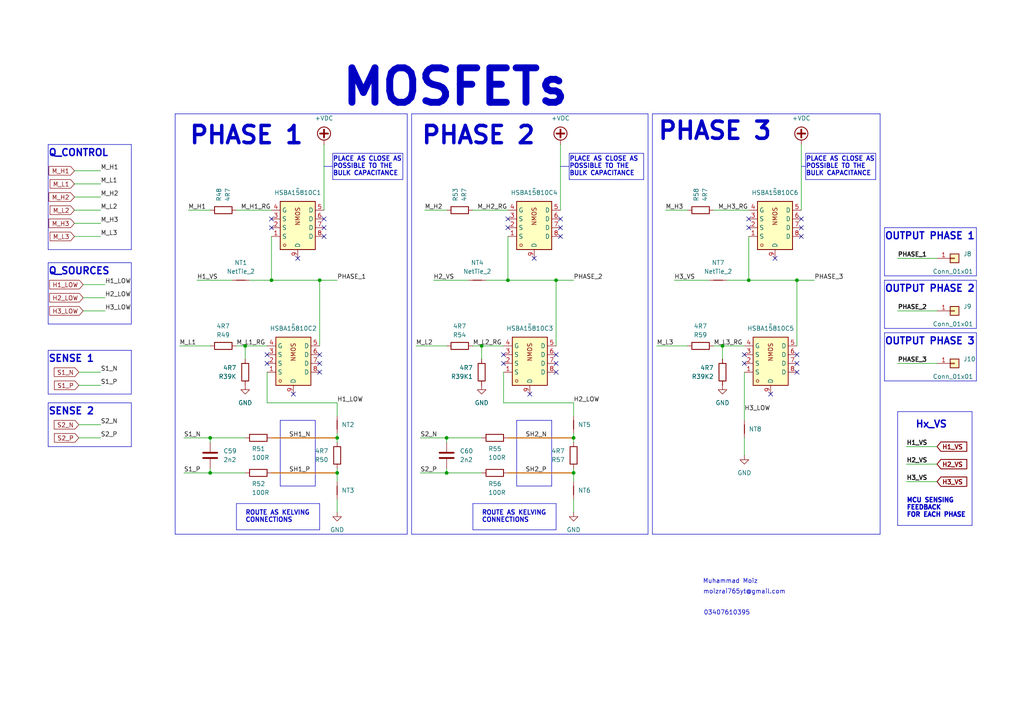
<source format=kicad_sch>
(kicad_sch (version 20231120) (generator "eeschema") (generator_version "8.0")
  (paper "A4")
  (title_block (title "MOSFETs") (date "2025-02-03") (rev "rev01_1") (company "coVenture"))
  (lib_symbols
    (symbol "Connector_Generic:Conn_01x01" (pin_names (offset 1.016) hide)
      (property "Reference" "J" (at 0 2.54 0))
      (property "Value" "Conn_01x01" (at 0 -2.54 0))
      (symbol "Conn_01x01_1_1"
        (rectangle (start -1.27 0.127) (end 0 -0.127) (stroke (width 0.1524)))
        (rectangle (start -1.27 1.27) (end 1.27 -1.27) (stroke (width 0.254)) (fill (type background)))
        (pin passive line (at -5.08 0 0) (length 3.81) (name "Pin_1") (number "1"))
      )
    )
    (symbol "Device:C" (pin_numbers hide) (pin_names (offset 0.254))
      (property "Reference" "C" (at 0.635 2.54 0))
      (property "Value" "C" (at 0.635 -2.54 0))
      (symbol "C_0_1"
        (polyline (pts (xy -2.032 -0.762) (xy 2.032 -0.762)) (stroke (width 0.508)))
        (polyline (pts (xy -2.032 0.762) (xy 2.032 0.762)) (stroke (width 0.508)))
      )
      (symbol "C_1_1"
        (pin passive line (at 0 3.81 270) (length 2.794) (name "~") (number "1"))
        (pin passive line (at 0 -3.81 90) (length 2.794) (name "~") (number "2"))
      )
    )
    (symbol "Device:NetTie_2" (pin_numbers hide) (pin_names (offset 0) hide) (in_bom no)
      (property "Reference" "NT" (at 0 1.27 0))
      (property "Value" "NetTie_2" (at 0 -1.27 0))
      (symbol "NetTie_2_0_1"
        (polyline (pts (xy -1.27 0) (xy 1.27 0)) (stroke (width 0.254)))
      )
      (symbol "NetTie_2_1_1"
        (pin passive line (at -2.54 0 0) (length 2.54) (name "1") (number "1"))
        (pin passive line (at 2.54 0 180) (length 2.54) (name "2") (number "2"))
      )
    )
    (symbol "Device:R" (pin_numbers hide) (pin_names (offset 0))
      (property "Reference" "R" (at 2.032 0 90))
      (property "Value" "R" (at 0 0 90))
      (symbol "R_0_1"
        (rectangle (start -1.016 -2.54) (end 1.016 2.54) (stroke (width 0.254)))
      )
      (symbol "R_1_1"
        (pin passive line (at 0 3.81 270) (length 1.27) (name "~") (number "1"))
        (pin passive line (at 0 -3.81 90) (length 1.27) (name "~") (number "2"))
      )
    )
    (symbol "HSBA15810C:HSBA15810C"
      (property "Reference" "HSBA15810C" (at 0 0 0))
      (symbol "HSBA15810C_1_1"
        (polyline (pts (xy 1.27 -2.54) (xy 1.27 -16.51) (xy 11.43 -16.51) (xy 11.43 -2.54) (xy 1.27 -2.54)) (stroke (width 0.254) (color 132 0 0 1)) (fill (type background)))
        (circle (center 2.54 -3.81) (radius 0.381))
        (text "NMOS" (at 6.35 -12.192 900) (effects (font (size 1.27 1.27))))
        (pin input line (at -1.27 -6.35 0) (length 2.54) (name "S") (number "1"))
        (pin input line (at -1.27 -8.89 0) (length 2.54) (name "S") (number "2"))
        (pin input line (at -1.27 -11.43 0) (length 2.54) (name "S") (number "3"))
        (pin input line (at -1.27 -13.97 0) (length 2.54) (name "G") (number "4"))
        (pin input line (at 13.97 -13.97 180) (length 2.54) (name "D") (number "5"))
        (pin input line (at 13.97 -11.43 180) (length 2.54) (name "D") (number "6"))
        (pin input line (at 13.97 -8.89 180) (length 2.54) (name "D") (number "7"))
        (pin input line (at 13.97 -6.35 180) (length 2.54) (name "D") (number "8"))
        (pin input line (at 6.35 0 270) (length 2.54) (name "D") (number "9"))
      )
    )
    (symbol "power:+VDC" (power) (pin_numbers hide) (pin_names (offset 0) hide)
      (property "Value" "+VDC" (at 0 6.35 0))
      (symbol "+VDC_0_1"
        (polyline (pts (xy -1.143 3.175) (xy 1.143 3.175)) (stroke (width 0.508)))
        (polyline (pts (xy 0 0) (xy 0 1.27)))
        (polyline (pts (xy 0 2.032) (xy 0 4.318)) (stroke (width 0.508)))
        (circle (center 0 3.175) (radius 1.905) (stroke (width 0.254)))
      )
      (symbol "+VDC_1_1"
        (pin power_in line (at 0 0 90) (length 0) (name "~") (number "1"))
      )
    )
    (symbol "power:GND" (power) (pin_numbers hide) (pin_names (offset 0) hide)
      (property "Value" "GND" (at 0 -3.81 0))
      (symbol "GND_0_1"
        (polyline (pts (xy 0 0) (xy 0 -1.27) (xy 1.27 -1.27) (xy 0 -2.54) (xy -1.27 -1.27) (xy 0 -1.27)))
      )
      (symbol "GND_1_1"
        (pin power_in line (at 0 0 270) (length 0) (name "~") (number "1"))
      )
    )
  )
  (junction (at 161.29 81.28))
  (junction (at 129.54 127))
  (junction (at 78.74 81.28))
  (junction (at 71.12 100.33))
  (junction (at 217.17 81.28))
  (junction (at 209.55 100.33))
  (junction (at 97.79 127))
  (junction (at 147.32 81.28))
  (junction (at 231.14 81.28))
  (junction (at 60.96 127))
  (junction (at 139.7 100.33))
  (junction (at 97.79 137.16))
  (junction (at 166.37 137.16))
  (junction (at 129.54 137.16))
  (junction (at 92.71 81.28))
  (junction (at 60.96 137.16))
  (junction (at 166.37 127))
  (no_connect (at 223.52 114.3))
  (no_connect (at 161.29 105.41))
  (no_connect (at 147.32 66.04))
  (no_connect (at 147.32 63.5))
  (no_connect (at 231.14 105.41))
  (no_connect (at 231.14 107.95))
  (no_connect (at 78.74 63.5))
  (no_connect (at 146.05 105.41))
  (no_connect (at 93.98 66.04))
  (no_connect (at 92.71 102.87))
  (no_connect (at 224.79 74.93))
  (no_connect (at 154.94 74.93))
  (no_connect (at 153.67 114.3))
  (no_connect (at 85.09 114.3))
  (no_connect (at 217.17 63.5))
  (no_connect (at 232.41 68.58))
  (no_connect (at 162.56 63.5))
  (no_connect (at 93.98 68.58))
  (no_connect (at 162.56 68.58))
  (no_connect (at 93.98 63.5))
  (no_connect (at 217.17 66.04))
  (no_connect (at 146.05 102.87))
  (no_connect (at 232.41 66.04))
  (no_connect (at 161.29 107.95))
  (no_connect (at 161.29 102.87))
  (no_connect (at 78.74 66.04))
  (no_connect (at 92.71 107.95))
  (no_connect (at 162.56 66.04))
  (no_connect (at 92.71 105.41))
  (no_connect (at 77.47 105.41))
  (no_connect (at 231.14 102.87))
  (no_connect (at 215.9 102.87))
  (no_connect (at 86.36 74.93))
  (no_connect (at 215.9 105.41))
  (no_connect (at 232.41 63.5))
  (no_connect (at 77.47 102.87))
  (wire (pts (xy 22.86 111.76) (xy 29.21 111.76)))
  (wire (pts (xy 129.54 128.27) (xy 129.54 127)))
  (wire (pts (xy 215.9 107.95) (xy 215.9 121.92)))
  (polyline (pts (xy 256.54 95.25) (xy 283.21 95.25)))
  (wire (pts (xy 24.13 90.17) (xy 30.48 90.17)))
  (wire (pts (xy 97.79 144.78) (xy 97.79 148.59)))
  (polyline (pts (xy 68.58 146.05) (xy 68.58 153.67)))
  (polyline (pts (xy 256.54 81.28) (xy 256.54 95.25)))
  (polyline (pts (xy 233.68 44.45) (xy 233.68 52.07)))
  (wire (pts (xy 195.58 81.28) (xy 205.74 81.28)))
  (wire (pts (xy 52.07 100.33) (xy 60.96 100.33)))
  (wire (pts (xy 53.34 127) (xy 60.96 127)))
  (wire (pts (xy 60.96 127) (xy 71.12 127)))
  (polyline (pts (xy 13.97 129.54) (xy 38.1 129.54)))
  (polyline (pts (xy 256.54 66.04) (xy 283.21 66.04)))
  (wire (pts (xy 21.59 49.53) (xy 29.21 49.53)))
  (wire (pts (xy 209.55 100.33) (xy 209.55 104.14)))
  (polyline (pts (xy 13.97 41.91) (xy 13.97 72.39)))
  (polyline (pts (xy 256.54 96.52) (xy 256.54 110.49)))
  (wire (pts (xy 22.86 127) (xy 29.21 127)))
  (wire (pts (xy 24.13 86.36) (xy 30.48 86.36)))
  (polyline (pts (xy 119.38 33.02) (xy 187.96 33.02)))
  (wire (pts (xy 60.96 137.16) (xy 71.12 137.16)))
  (polyline (pts (xy 38.1 72.39) (xy 38.1 41.91)))
  (polyline (pts (xy 260.35 152.4) (xy 281.94 152.4)))
  (polyline (pts (xy 96.52 52.07) (xy 116.84 52.07)))
  (wire (pts (xy 21.59 68.58) (xy 29.21 68.58)))
  (wire (pts (xy 68.58 60.96) (xy 78.74 60.96)))
  (wire (pts (xy 57.15 81.28) (xy 67.31 81.28)))
  (polyline (pts (xy 50.8 154.94) (xy 118.11 154.94)))
  (wire (pts (xy 207.01 100.33) (xy 209.55 100.33)))
  (polyline (pts (xy 260.35 119.38) (xy 260.35 152.4)))
  (polyline (pts (xy 232.41 48.26) (xy 233.68 48.26)))
  (wire (pts (xy 140.97 81.28) (xy 147.32 81.28)))
  (polyline (pts (xy 187.96 154.94) (xy 187.96 33.02)))
  (wire (pts (xy 21.59 57.15) (xy 29.21 57.15)))
  (polyline (pts (xy 160.02 140.97) (xy 160.02 121.92)))
  (polyline (pts (xy 13.97 114.3) (xy 38.1 114.3)))
  (wire (pts (xy 231.14 81.28) (xy 236.22 81.28)))
  (polyline (pts (xy 281.94 152.4) (xy 281.94 119.38)))
  (polyline (pts (xy 149.86 121.92) (xy 149.86 140.97)))
  (wire (pts (xy 146.05 116.84) (xy 166.37 116.84)))
  (polyline (pts (xy 116.84 52.07) (xy 116.84 44.45)))
  (polyline (pts (xy 13.97 116.84) (xy 13.97 129.54)))
  (polyline (pts (xy 81.28 121.92) (xy 81.28 140.97)))
  (wire (pts (xy 137.16 60.96) (xy 147.32 60.96)))
  (polyline (pts (xy 189.23 33.02) (xy 255.27 33.02)))
  (polyline (pts (xy 119.38 154.94) (xy 187.96 154.94)))
  (polyline (pts (xy 38.1 93.98) (xy 38.1 76.2)))
  (wire (pts (xy 262.89 129.54) (xy 271.78 129.54)))
  (polyline (pts (xy 165.1 44.45) (xy 165.1 52.07)))
  (polyline (pts (xy 38.1 114.3) (xy 38.1 101.6)))
  (wire (pts (xy 72.39 81.28) (xy 78.74 81.28)))
  (wire (pts (xy 260.35 74.93) (xy 271.78 74.93)))
  (polyline (pts (xy 137.16 153.67) (xy 161.29 153.67)))
  (wire (pts (xy 97.79 137.16) (xy 97.79 139.7)))
  (wire (pts (xy 97.79 127) (xy 97.79 125.73)))
  (wire (pts (xy 24.13 82.55) (xy 30.48 82.55)))
  (polyline (pts (xy 50.8 33.02) (xy 118.11 33.02)))
  (polyline (pts (xy 233.68 44.45) (xy 254 44.45)))
  (polyline (pts (xy 13.97 93.98) (xy 38.1 93.98)))
  (polyline (pts (xy 137.16 146.05) (xy 137.16 153.67)))
  (wire (pts (xy 78.74 127) (xy 97.79 127)) (stroke (width 0.3) (color 204 102 0 1)))
  (polyline (pts (xy 233.68 52.07) (xy 254 52.07)))
  (wire (pts (xy 60.96 128.27) (xy 60.96 127)))
  (wire (pts (xy 209.55 100.33) (xy 215.9 100.33)))
  (wire (pts (xy 77.47 107.95) (xy 77.47 116.84)))
  (wire (pts (xy 147.32 68.58) (xy 147.32 81.28)))
  (wire (pts (xy 147.32 81.28) (xy 161.29 81.28)))
  (wire (pts (xy 71.12 100.33) (xy 77.47 100.33)))
  (polyline (pts (xy 13.97 101.6) (xy 13.97 114.3)))
  (wire (pts (xy 54.61 60.96) (xy 60.96 60.96)))
  (wire (pts (xy 93.98 41.91) (xy 93.98 60.96)))
  (wire (pts (xy 125.73 81.28) (xy 135.89 81.28)))
  (wire (pts (xy 262.89 134.62) (xy 271.78 134.62)))
  (wire (pts (xy 193.04 60.96) (xy 199.39 60.96)))
  (wire (pts (xy 60.96 137.16) (xy 60.96 135.89)))
  (wire (pts (xy 77.47 116.84) (xy 97.79 116.84)))
  (wire (pts (xy 78.74 68.58) (xy 78.74 81.28)))
  (polyline (pts (xy 256.54 80.01) (xy 283.21 80.01)))
  (wire (pts (xy 215.9 127) (xy 215.9 132.08)))
  (polyline (pts (xy 13.97 76.2) (xy 13.97 93.98)))
  (wire (pts (xy 97.79 128.27) (xy 97.79 127)))
  (wire (pts (xy 97.79 135.89) (xy 97.79 137.16)))
  (polyline (pts (xy 255.27 154.94) (xy 255.27 33.02)))
  (wire (pts (xy 147.32 137.16) (xy 166.37 137.16)) (stroke (width 0.3) (color 204 102 0 1)))
  (wire (pts (xy 71.12 100.33) (xy 71.12 104.14)))
  (wire (pts (xy 190.5 100.33) (xy 199.39 100.33)))
  (polyline (pts (xy 149.86 140.97) (xy 160.02 140.97)))
  (wire (pts (xy 92.71 81.28) (xy 97.79 81.28)))
  (polyline (pts (xy 81.28 121.92) (xy 91.44 121.92)))
  (wire (pts (xy 260.35 90.17) (xy 271.78 90.17)))
  (wire (pts (xy 161.29 81.28) (xy 161.29 100.33)))
  (polyline (pts (xy 13.97 72.39) (xy 38.1 72.39)))
  (wire (pts (xy 123.19 60.96) (xy 129.54 60.96)))
  (wire (pts (xy 129.54 137.16) (xy 139.7 137.16)))
  (polyline (pts (xy 161.29 153.67) (xy 161.29 146.05)))
  (wire (pts (xy 217.17 81.28) (xy 231.14 81.28)))
  (wire (pts (xy 121.92 137.16) (xy 129.54 137.16)))
  (wire (pts (xy 121.92 127) (xy 129.54 127)))
  (wire (pts (xy 53.34 137.16) (xy 60.96 137.16)))
  (polyline (pts (xy 137.16 146.05) (xy 161.29 146.05)))
  (wire (pts (xy 260.35 105.41) (xy 271.78 105.41)))
  (wire (pts (xy 137.16 100.33) (xy 139.7 100.33)))
  (polyline (pts (xy 119.38 33.02) (xy 119.38 154.94)))
  (wire (pts (xy 139.7 100.33) (xy 146.05 100.33)))
  (polyline (pts (xy 283.21 110.49) (xy 283.21 96.52)))
  (wire (pts (xy 92.71 81.28) (xy 92.71 100.33)))
  (wire (pts (xy 232.41 41.91) (xy 232.41 60.96)))
  (polyline (pts (xy 189.23 154.94) (xy 255.27 154.94)))
  (wire (pts (xy 166.37 137.16) (xy 166.37 139.7)))
  (polyline (pts (xy 189.23 33.02) (xy 189.23 154.94)))
  (wire (pts (xy 21.59 60.96) (xy 29.21 60.96)))
  (wire (pts (xy 166.37 135.89) (xy 166.37 137.16)))
  (polyline (pts (xy 68.58 153.67) (xy 92.71 153.67)))
  (wire (pts (xy 21.59 64.77) (xy 29.21 64.77)))
  (wire (pts (xy 262.89 139.7) (xy 271.78 139.7)))
  (polyline (pts (xy 165.1 52.07) (xy 186.69 52.07)))
  (wire (pts (xy 22.86 107.95) (xy 29.21 107.95)))
  (polyline (pts (xy 256.54 96.52) (xy 283.21 96.52)))
  (polyline (pts (xy 96.52 44.45) (xy 96.52 52.07)))
  (wire (pts (xy 210.82 81.28) (xy 217.17 81.28)))
  (wire (pts (xy 147.32 127) (xy 166.37 127)) (stroke (width 0.3) (color 204 102 0 1)))
  (wire (pts (xy 78.74 81.28) (xy 92.71 81.28)))
  (wire (pts (xy 68.58 100.33) (xy 71.12 100.33)))
  (polyline (pts (xy 13.97 116.84) (xy 38.1 116.84)))
  (polyline (pts (xy 38.1 129.54) (xy 38.1 116.84)))
  (wire (pts (xy 162.56 41.91) (xy 162.56 60.96)))
  (wire (pts (xy 22.86 123.19) (xy 29.21 123.19)))
  (polyline (pts (xy 92.71 153.67) (xy 92.71 146.05)))
  (polyline (pts (xy 256.54 110.49) (xy 283.21 110.49)))
  (wire (pts (xy 120.65 100.33) (xy 129.54 100.33)))
  (polyline (pts (xy 162.56 48.26) (xy 165.1 48.26)))
  (polyline (pts (xy 118.11 154.94) (xy 118.11 33.02)))
  (wire (pts (xy 207.01 60.96) (xy 217.17 60.96)))
  (wire (pts (xy 166.37 127) (xy 166.37 125.73)))
  (wire (pts (xy 21.59 53.34) (xy 29.21 53.34)))
  (polyline (pts (xy 260.35 119.38) (xy 281.94 119.38)))
  (wire (pts (xy 166.37 128.27) (xy 166.37 127)))
  (wire (pts (xy 97.79 116.84) (xy 97.79 120.65)))
  (wire (pts (xy 129.54 127) (xy 139.7 127)))
  (polyline (pts (xy 254 52.07) (xy 254 44.45)))
  (wire (pts (xy 217.17 68.58) (xy 217.17 81.28)))
  (polyline (pts (xy 283.21 95.25) (xy 283.21 81.28)))
  (polyline (pts (xy 13.97 101.6) (xy 38.1 101.6)))
  (polyline (pts (xy 68.58 146.05) (xy 92.71 146.05)))
  (polyline (pts (xy 186.69 52.07) (xy 186.69 44.45)))
  (wire (pts (xy 166.37 144.78) (xy 166.37 148.59)))
  (polyline (pts (xy 149.86 121.92) (xy 160.02 121.92)))
  (polyline (pts (xy 96.52 44.45) (xy 116.84 44.45)))
  (polyline (pts (xy 165.1 44.45) (xy 186.69 44.45)))
  (wire (pts (xy 78.74 137.16) (xy 97.79 137.16)) (stroke (width 0.3) (color 204 102 0 1)))
  (wire (pts (xy 161.29 81.28) (xy 166.37 81.28)))
  (polyline (pts (xy 81.28 140.97) (xy 91.44 140.97)))
  (wire (pts (xy 146.05 107.95) (xy 146.05 116.84)))
  (polyline (pts (xy 13.97 76.2) (xy 38.1 76.2)))
  (polyline (pts (xy 283.21 80.01) (xy 283.21 66.04)))
  (wire (pts (xy 166.37 116.84) (xy 166.37 120.65)))
  (wire (pts (xy 129.54 137.16) (xy 129.54 135.89)))
  (wire (pts (xy 139.7 100.33) (xy 139.7 104.14)))
  (polyline (pts (xy 256.54 66.04) (xy 256.54 80.01)))
  (polyline (pts (xy 50.8 33.02) (xy 50.8 154.94)))
  (polyline (pts (xy 93.98 48.26) (xy 96.52 48.26)))
  (wire (pts (xy 231.14 81.28) (xy 231.14 100.33)))
  (polyline (pts (xy 91.44 140.97) (xy 91.44 121.92)))
  (polyline (pts (xy 256.54 81.28) (xy 283.21 81.28)))
  (polyline (pts (xy 13.97 41.91) (xy 38.1 41.91)))
  (text "Q_SOURCES" (at 13.97 78.74 0) (effects (font (size 2 2) (thickness 0.4) (bold yes)) (justify left)))
  (text "03407610395\n" (at 210.82 177.8 0) (effects (font (size 1.27 1.27))))
  (text "PHASE 3" (at 190.5 38.1 0) (effects (font (size 5 5) (thickness 1) (bold yes)) (justify left)))
  (text "SENSE 2" (at 13.97 119.38 0) (effects (font (size 2 2) (thickness 0.4) (bold yes)) (justify left)))
  (text "ROUTE AS KELVING\nCONNECTIONS" (at 139.7 149.86 0) (effects (font (size 1.3 1.3) (thickness 0.26) (bold yes)) (justify left)))
  (text "PHASE 2" (at 121.92 39.37 0) (effects (font (size 5 5) (thickness 1) (bold yes)) (justify left)))
  (text "PLACE AS CLOSE AS\nPOSSIBLE TO THE\nBULK CAPACITANCE" (at 233.68 48.26 0) (effects (font (size 1.3 1.3) (thickness 0.26) (bold yes)) (justify left)))
  (text "OUTPUT PHASE 3" (at 256.54 99.06 0) (effects (font (size 2 2) (thickness 0.4) (bold yes)) (justify left)))
  (text "moizrai765yt@gmail.com\n" (at 215.9 171.704 0) (effects (font (size 1.27 1.27))))
  (text "SENSE 1" (at 13.97 104.14 0) (effects (font (size 2 2) (thickness 0.4) (bold yes)) (justify left)))
  (text "MCU SENSING\nFEEDBACK\nFOR EACH PHASE" (at 262.89 147.32 0) (effects (font (size 1.3 1.3) (thickness 0.4) (bold yes)) (justify left)))
  (text "Muhammad Moiz\n" (at 211.836 168.656 0) (effects (font (size 1.27 1.27))))
  (text "ROUTE AS KELVING\nCONNECTIONS" (at 71.12 149.86 0) (effects (font (size 1.3 1.3) (thickness 0.26) (bold yes)) (justify left)))
  (text "PLACE AS CLOSE AS\nPOSSIBLE TO THE\nBULK CAPACITANCE" (at 96.52 48.26 0) (effects (font (size 1.3 1.3) (thickness 0.26) (bold yes)) (justify left)))
  (text "Hx_VS" (at 265.43 123.19 0) (effects (font (size 2 2) (thickness 0.4) (bold yes)) (justify left)))
  (text "PLACE AS CLOSE AS\nPOSSIBLE TO THE\nBULK CAPACITANCE" (at 165.1 48.26 0) (effects (font (size 1.3 1.3) (thickness 0.26) (bold yes)) (justify left)))
  (text "Q_CONTROL" (at 13.97 44.45 0) (effects (font (size 2 2) (thickness 0.4) (bold yes)) (justify left)))
  (text "OUTPUT PHASE 2" (at 256.54 83.82 0) (effects (font (size 2 2) (thickness 0.4) (bold yes)) (justify left)))
  (text "MOSFETs" (at 132.08 25.4 0) (effects (font (size 10 10) (thickness 2) (bold yes))))
  (text "PHASE 1" (at 54.61 39.37 0) (effects (font (size 5 5) (thickness 1) (bold yes)) (justify left)))
  (text "OUTPUT PHASE 1" (at 256.54 68.58 0) (effects (font (size 2 2) (thickness 0.4) (bold yes)) (justify left)))
  (label "SH1_P" (at 83.82 137.16 0))
  (label "SH2_P" (at 152.4 137.16 0))
  (label "H2_VS" (at 262.89 134.62 0) (effects (font (thickness 0.254) (bold yes))))
  (label "S1_N" (at 53.34 127 0))
  (label "M_L2" (at 29.21 60.96 0))
  (label "M_H1" (at 54.61 60.96 0))
  (label "M_L3" (at 29.21 68.58 0))
  (label "M_L3_RG" (at 207.01 100.33 0))
  (label "H3_LOW" (at 30.48 90.17 0))
  (label "H1_LOW" (at 30.48 82.55 0))
  (label "PHASE_1" (at 260.35 74.93 0) (effects (font (thickness 0.254) (bold yes))))
  (label "PHASE_2" (at 260.35 90.17 0) (effects (font (thickness 0.254) (bold yes))))
  (label "H1_VS" (at 57.15 81.28 0))
  (label "M_H2" (at 123.19 60.96 0))
  (label "H2_VS" (at 125.73 81.28 0))
  (label "PHASE_1" (at 97.79 81.28 0))
  (label "M_L1_RG" (at 68.58 100.33 0))
  (label "S2_P" (at 29.21 127 0))
  (label "PHASE_3" (at 260.35 105.41 0) (effects (font (thickness 0.254) (bold yes))))
  (label "M_H1" (at 29.21 49.53 0))
  (label "M_H3_RG" (at 208.28 60.96 0))
  (label "S1_P" (at 53.34 137.16 0))
  (label "H3_VS" (at 262.89 139.7 0) (effects (font (thickness 0.254) (bold yes))))
  (label "M_H2_RG" (at 138.43 60.96 0))
  (label "S1_N" (at 29.21 107.95 0))
  (label "SH1_N" (at 83.82 127 0))
  (label "M_L1" (at 52.07 100.33 0))
  (label "SH2_N" (at 152.4 127 0))
  (label "M_H3" (at 29.21 64.77 0))
  (label "S1_P" (at 29.21 111.76 0))
  (label "M_H2" (at 29.21 57.15 0))
  (label "H3_LOW" (at 215.9 119.38 0))
  (label "H2_LOW" (at 166.37 116.84 0))
  (label "M_H1_RG" (at 69.85 60.96 0))
  (label "PHASE_3" (at 236.22 81.28 0))
  (label "PHASE_2" (at 166.37 81.28 0))
  (label "M_L3" (at 190.5 100.33 0))
  (label "M_H3" (at 193.04 60.96 0))
  (label "S2_N" (at 121.92 127 0))
  (label "H1_VS" (at 262.89 129.54 0) (effects (font (thickness 0.254) (bold yes))))
  (label "M_L2" (at 120.65 100.33 0))
  (label "H1_LOW" (at 97.79 116.84 0))
  (label "M_L1" (at 29.21 53.34 0))
  (label "S2_P" (at 121.92 137.16 0))
  (label "H2_LOW" (at 30.48 86.36 0))
  (label "H3_VS" (at 195.58 81.28 0))
  (label "M_L2_RG" (at 137.16 100.33 0))
  (label "S2_N" (at 29.21 123.19 0))
  (global_label "S1_N" (shape input) (at 22.86 107.95 180) (property "Intersheetrefs" "${INTERSHEET_REFS}" (effects (hide yes))))
  (global_label "M_H1" (shape input) (at 21.59 49.53 180) (property "Intersheetrefs" "${INTERSHEET_REFS}" (effects (hide yes))))
  (global_label "H1_LOW" (shape input) (at 24.13 82.55 180) (property "Intersheetrefs" "${INTERSHEET_REFS}" (effects (hide yes))))
  (global_label "H2_VS" (shape input) (at 271.78 134.62 0) (effects (font (thickness 0.254) (bold yes))) (property "Intersheetrefs" "${INTERSHEET_REFS}" (effects (hide yes))))
  (global_label "M_H2" (shape input) (at 21.59 57.15 180) (property "Intersheetrefs" "${INTERSHEET_REFS}" (effects (hide yes))))
  (global_label "H2_LOW" (shape input) (at 24.13 86.36 180) (property "Intersheetrefs" "${INTERSHEET_REFS}" (effects (hide yes))))
  (global_label "M_L2" (shape input) (at 21.59 60.96 180) (property "Intersheetrefs" "${INTERSHEET_REFS}" (effects (hide yes))))
  (global_label "M_H3" (shape input) (at 21.59 64.77 180) (property "Intersheetrefs" "${INTERSHEET_REFS}" (effects (hide yes))))
  (global_label "H3_VS" (shape input) (at 271.78 139.7 0) (effects (font (thickness 0.254) (bold yes))) (property "Intersheetrefs" "${INTERSHEET_REFS}" (effects (hide yes))))
  (global_label "H3_LOW" (shape input) (at 24.13 90.17 180) (property "Intersheetrefs" "${INTERSHEET_REFS}" (effects (hide yes))))
  (global_label "H1_VS" (shape input) (at 271.78 129.54 0) (effects (font (thickness 0.254) (bold yes))) (property "Intersheetrefs" "${INTERSHEET_REFS}" (effects (hide yes))))
  (global_label "S1_P" (shape input) (at 22.86 111.76 180) (property "Intersheetrefs" "${INTERSHEET_REFS}" (effects (hide yes))))
  (global_label "M_L3" (shape input) (at 21.59 68.58 180) (property "Intersheetrefs" "${INTERSHEET_REFS}" (effects (hide yes))))
  (global_label "S2_N" (shape input) (at 22.86 123.19 180) (property "Intersheetrefs" "${INTERSHEET_REFS}" (effects (hide yes))))
  (global_label "M_L1" (shape input) (at 21.59 53.34 180) (property "Intersheetrefs" "${INTERSHEET_REFS}" (effects (hide yes))))
  (global_label "S2_P" (shape input) (at 22.86 127 180) (property "Intersheetrefs" "${INTERSHEET_REFS}" (effects (hide yes))))
  (symbol (lib_id "power:GND") (at 166.37 148.59 0) (unit 1)
    (property "Reference" "#PWR098" (effects (hide yes)))
    (property "Value" "GND" (at 166.37 153.67 0))
    (property "Description" "Power symbol creates a global label with name \"GND\" , ground" (effects (hide yes)))
  )
  (symbol (lib_id "Device:NetTie_2") (at 215.9 124.46 90) (unit 1) (in_bom no)
    (property "Reference" "NT8" (at 217.17 124.4599 90) (effects (justify right)))
    (property "Value" "NetTie_2" (effects (hide yes)))
    (property "Description" "Net tie, 2 pins" (effects (hide yes)))
  )
  (symbol (lib_id "Connector_Generic:Conn_01x01") (at 276.86 105.41 0) (unit 1)
    (property "Reference" "J10" (at 279.4 104.1399 0) (effects (justify left)))
    (property "Value" "Conn_01x01" (at 270.51 109.22 0) (effects (justify left)))
    (property "Description" "Generic connector, single row, 01x01, script generated (kicad-library-utils/schlib/autogen/connector/)" (effects (hide yes)))
  )
  (symbol (lib_id "Connector_Generic:Conn_01x01") (at 276.86 74.93 0) (unit 1)
    (property "Reference" "J8" (at 279.4 73.6599 0) (effects (justify left)))
    (property "Value" "Conn_01x01" (at 270.51 78.74 0) (effects (justify left)))
    (property "Description" "Generic connector, single row, 01x01, script generated (kicad-library-utils/schlib/autogen/connector/)" (effects (hide yes)))
  )
  (symbol (lib_id "Device:R") (at 74.93 127 270) (unit 1)
    (property "Reference" "R51" (at 73.025 130.1749 90) (effects (justify left)))
    (property "Value" "100R" (at 73.025 132.7149 90) (effects (justify left)))
    (property "Description" "Resistor" (effects (hide yes)))
  )
  (symbol (lib_id "power:+VDC") (at 232.41 41.91 0) (unit 1)
    (property "Reference" "#PWR0100" (effects (hide yes)))
    (property "Value" "+VDC" (at 232.41 34.29 0))
    (property "Description" "Power symbol creates a global label with name \"+VDC\"" (effects (hide yes)))
  )
  (symbol (lib_id "Device:NetTie_2") (at 97.79 142.24 90) (unit 1) (in_bom no)
    (property "Reference" "NT3" (at 99.06 142.2399 90) (effects (justify right)))
    (property "Value" "NetTie_2" (effects (hide yes)))
    (property "Description" "Net tie, 2 pins" (effects (hide yes)))
  )
  (symbol (lib_id "power:+VDC") (at 162.56 41.91 0) (unit 1)
    (property "Reference" "#PWR097" (effects (hide yes)))
    (property "Value" "+VDC" (at 162.56 34.29 0))
    (property "Description" "Power symbol creates a global label with name \"+VDC\"" (effects (hide yes)))
  )
  (symbol (lib_id "power:GND") (at 139.7 111.76 0) (unit 1)
    (property "Reference" "#PWR096" (effects (hide yes)))
    (property "Value" "GND" (at 139.7 116.84 0))
    (property "Description" "Power symbol creates a global label with name \"GND\" , ground" (effects (hide yes)))
  )
  (symbol (lib_id "power:GND") (at 71.12 111.76 0) (unit 1)
    (property "Reference" "#PWR094" (effects (hide yes)))
    (property "Value" "GND" (at 71.12 116.84 0))
    (property "Description" "Power symbol creates a global label with name \"GND\" , ground" (effects (hide yes)))
  )
  (symbol (lib_id "HSBA15810C:HSBA15810C") (at 78.74 114.3 0) (mirror x) (unit 1)
    (property "Reference" "HSBA15810C2" (at 85.09 95.25 0))
    (property "Value" "~" (at 85.09 93.98 0))
  )
  (symbol (lib_id "power:+VDC") (at 93.98 41.91 0) (unit 1)
    (property "Reference" "#PWR093" (effects (hide yes)))
    (property "Value" "+VDC" (at 93.98 34.29 0))
    (property "Description" "Power symbol creates a global label with name \"+VDC\"" (effects (hide yes)))
  )
  (symbol (lib_id "Device:R") (at 203.2 60.96 90) (unit 1)
    (property "Reference" "R58" (at 201.9299 58.42 0) (effects (justify left)))
    (property "Value" "4R7" (at 204.4699 58.42 0) (effects (justify left)))
    (property "Description" "Resistor" (effects (hide yes)))
  )
  (symbol (lib_id "Device:C") (at 60.96 132.08 0) (unit 1)
    (property "Reference" "C59" (at 64.77 130.8099 0) (effects (justify left)))
    (property "Value" "2n2" (at 64.77 133.3499 0) (effects (justify left)))
    (property "Description" "Unpolarized capacitor" (effects (hide yes)))
  )
  (symbol (lib_id "Device:R") (at 71.12 107.95 180) (unit 1)
    (property "Reference" "R39K" (at 68.58 109.2201 0) (effects (justify left)))
    (property "Value" "4R7" (at 68.58 106.6801 0) (effects (justify left)))
    (property "Description" "Resistor" (effects (hide yes)))
  )
  (symbol (lib_id "Device:R") (at 74.93 137.16 270) (unit 1)
    (property "Reference" "R52" (at 73.025 140.3349 90) (effects (justify left)))
    (property "Value" "100R" (at 73.025 142.8749 90) (effects (justify left)))
    (property "Description" "Resistor" (effects (hide yes)))
  )
  (symbol (lib_id "HSBA15810C:HSBA15810C") (at 147.32 114.3 0) (mirror x) (unit 1)
    (property "Reference" "HSBA15810C3" (at 153.67 95.25 0))
    (property "Value" "~" (at 153.67 93.98 0))
  )
  (symbol (lib_id "Device:C") (at 129.54 132.08 0) (unit 1)
    (property "Reference" "C60" (at 133.35 130.8099 0) (effects (justify left)))
    (property "Value" "2n2" (at 133.35 133.3499 0) (effects (justify left)))
    (property "Description" "Unpolarized capacitor" (effects (hide yes)))
  )
  (symbol (lib_id "Connector_Generic:Conn_01x01") (at 276.86 90.17 0) (unit 1)
    (property "Reference" "J9" (at 279.4 88.8999 0) (effects (justify left)))
    (property "Value" "Conn_01x01" (at 270.51 93.98 0) (effects (justify left)))
    (property "Description" "Generic connector, single row, 01x01, script generated (kicad-library-utils/schlib/autogen/connector/)" (effects (hide yes)))
  )
  (symbol (lib_id "Device:NetTie_2") (at 208.28 81.28 0) (unit 1) (in_bom no)
    (property "Reference" "NT7" (at 208.28 76.2 0))
    (property "Value" "NetTie_2" (at 208.28 78.74 0))
    (property "Description" "Net tie, 2 pins" (effects (hide yes)))
  )
  (symbol (lib_id "Device:R") (at 133.35 100.33 90) (unit 1)
    (property "Reference" "R54" (at 135.255 97.1551 90) (effects (justify left)))
    (property "Value" "4R7" (at 135.255 94.6151 90) (effects (justify left)))
    (property "Description" "Resistor" (effects (hide yes)))
  )
  (symbol (lib_id "Device:R") (at 64.77 60.96 90) (unit 1)
    (property "Reference" "R48" (at 63.4999 58.42 0) (effects (justify left)))
    (property "Value" "4R7" (at 66.0399 58.42 0) (effects (justify left)))
    (property "Description" "Resistor" (effects (hide yes)))
  )
  (symbol (lib_id "Device:R") (at 133.35 60.96 90) (unit 1)
    (property "Reference" "R53" (at 132.0799 58.42 0) (effects (justify left)))
    (property "Value" "4R7" (at 134.6199 58.42 0) (effects (justify left)))
    (property "Description" "Resistor" (effects (hide yes)))
  )
  (symbol (lib_id "Device:R") (at 166.37 132.08 180) (unit 1)
    (property "Reference" "R57" (at 163.83 133.3501 0) (effects (justify left)))
    (property "Value" "4R7" (at 163.83 130.8101 0) (effects (justify left)))
    (property "Description" "Resistor" (effects (hide yes)))
  )
  (symbol (lib_id "Device:R") (at 139.7 107.95 180) (unit 1)
    (property "Reference" "R39K1" (at 137.16 109.2201 0) (effects (justify left)))
    (property "Value" "4R7" (at 137.16 106.6801 0) (effects (justify left)))
    (property "Description" "Resistor" (effects (hide yes)))
  )
  (symbol (lib_id "HSBA15810C:HSBA15810C") (at 217.17 114.3 0) (mirror x) (unit 1)
    (property "Reference" "HSBA15810C5" (at 223.52 95.25 0))
    (property "Value" "~" (at 223.52 93.98 0))
  )
  (symbol (lib_id "Device:R") (at 97.79 132.08 180) (unit 1)
    (property "Reference" "R50" (at 95.25 133.3501 0) (effects (justify left)))
    (property "Value" "4R7" (at 95.25 130.8101 0) (effects (justify left)))
    (property "Description" "Resistor" (effects (hide yes)))
  )
  (symbol (lib_id "Device:R") (at 203.2 100.33 90) (unit 1)
    (property "Reference" "R59" (at 205.105 97.1551 90) (effects (justify left)))
    (property "Value" "4R7" (at 205.105 94.6151 90) (effects (justify left)))
    (property "Description" "Resistor" (effects (hide yes)))
  )
  (symbol (lib_id "Device:R") (at 143.51 127 270) (unit 1)
    (property "Reference" "R55" (at 141.605 130.1749 90) (effects (justify left)))
    (property "Value" "100R" (at 141.605 132.7149 90) (effects (justify left)))
    (property "Description" "Resistor" (effects (hide yes)))
  )
  (symbol (lib_id "Device:NetTie_2") (at 69.85 81.28 0) (unit 1) (in_bom no)
    (property "Reference" "NT1" (at 69.85 76.2 0))
    (property "Value" "NetTie_2" (at 69.85 78.74 0))
    (property "Description" "Net tie, 2 pins" (effects (hide yes)))
  )
  (symbol (lib_id "Device:NetTie_2") (at 166.37 123.19 90) (unit 1) (in_bom no)
    (property "Reference" "NT5" (at 167.64 123.1899 90) (effects (justify right)))
    (property "Value" "NetTie_2" (effects (hide yes)))
    (property "Description" "Net tie, 2 pins" (effects (hide yes)))
  )
  (symbol (lib_id "HSBA15810C:HSBA15810C") (at 148.59 74.93 0) (mirror x) (unit 1)
    (property "Reference" "HSBA15810C4" (at 154.94 55.88 0))
    (property "Value" "~" (at 154.94 54.61 0))
  )
  (symbol (lib_id "Device:R") (at 143.51 137.16 270) (unit 1)
    (property "Reference" "R56" (at 141.605 140.3349 90) (effects (justify left)))
    (property "Value" "100R" (at 141.605 142.8749 90) (effects (justify left)))
    (property "Description" "Resistor" (effects (hide yes)))
  )
  (symbol (lib_id "power:GND") (at 97.79 148.59 0) (unit 1)
    (property "Reference" "#PWR095" (effects (hide yes)))
    (property "Value" "GND" (at 97.79 153.67 0))
    (property "Description" "Power symbol creates a global label with name \"GND\" , ground" (effects (hide yes)))
  )
  (symbol (lib_id "Device:NetTie_2") (at 97.79 123.19 90) (unit 1) (in_bom no)
    (property "Reference" "NT2" (at 99.06 123.1899 90) (effects (justify right)))
    (property "Value" "NetTie_2" (effects (hide yes)))
    (property "Description" "Net tie, 2 pins" (effects (hide yes)))
  )
  (symbol (lib_id "power:GND") (at 215.9 132.08 0) (unit 1)
    (property "Reference" "#PWR0101" (effects (hide yes)))
    (property "Value" "GND" (at 215.9 137.16 0))
    (property "Description" "Power symbol creates a global label with name \"GND\" , ground" (effects (hide yes)))
  )
  (symbol (lib_id "power:GND") (at 209.55 111.76 0) (unit 1)
    (property "Reference" "#PWR099" (effects (hide yes)))
    (property "Value" "GND" (at 209.55 116.84 0))
    (property "Description" "Power symbol creates a global label with name \"GND\" , ground" (effects (hide yes)))
  )
  (symbol (lib_id "HSBA15810C:HSBA15810C") (at 80.01 74.93 0) (mirror x) (unit 1)
    (property "Reference" "HSBA15810C1" (at 86.36 55.88 0))
    (property "Value" "~" (at 86.36 54.61 0))
  )
  (symbol (lib_id "Device:R") (at 64.77 100.33 90) (unit 1)
    (property "Reference" "R49" (at 66.675 97.1551 90) (effects (justify left)))
    (property "Value" "4R7" (at 66.675 94.6151 90) (effects (justify left)))
    (property "Description" "Resistor" (effects (hide yes)))
  )
  (symbol (lib_id "HSBA15810C:HSBA15810C") (at 218.44 74.93 0) (mirror x) (unit 1)
    (property "Reference" "HSBA15810C6" (at 224.79 55.88 0))
    (property "Value" "~" (at 224.79 54.61 0))
  )
  (symbol (lib_id "Device:R") (at 209.55 107.95 180) (unit 1)
    (property "Reference" "R39K2" (at 207.01 109.2201 0) (effects (justify left)))
    (property "Value" "4R7" (at 207.01 106.6801 0) (effects (justify left)))
    (property "Description" "Resistor" (effects (hide yes)))
  )
  (symbol (lib_id "Device:NetTie_2") (at 166.37 142.24 90) (unit 1) (in_bom no)
    (property "Reference" "NT6" (at 167.64 142.2399 90) (effects (justify right)))
    (property "Value" "NetTie_2" (effects (hide yes)))
    (property "Description" "Net tie, 2 pins" (effects (hide yes)))
  )
  (symbol (lib_id "Device:NetTie_2") (at 138.43 81.28 0) (unit 1) (in_bom no)
    (property "Reference" "NT4" (at 138.43 76.2 0))
    (property "Value" "NetTie_2" (at 138.43 78.74 0))
    (property "Description" "Net tie, 2 pins" (effects (hide yes)))
  )
)
</source>
